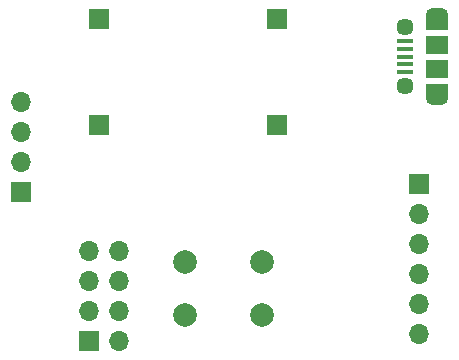
<source format=gbr>
%TF.GenerationSoftware,KiCad,Pcbnew,7.0.9-7.0.9~ubuntu22.04.1*%
%TF.CreationDate,2023-12-22T13:51:19+00:00*%
%TF.ProjectId,wifi_temp_sensor,77696669-5f74-4656-9d70-5f73656e736f,rev?*%
%TF.SameCoordinates,Original*%
%TF.FileFunction,Soldermask,Top*%
%TF.FilePolarity,Negative*%
%FSLAX46Y46*%
G04 Gerber Fmt 4.6, Leading zero omitted, Abs format (unit mm)*
G04 Created by KiCad (PCBNEW 7.0.9-7.0.9~ubuntu22.04.1) date 2023-12-22 13:51:19*
%MOMM*%
%LPD*%
G01*
G04 APERTURE LIST*
%ADD10R,1.700000X1.700000*%
%ADD11O,1.700000X1.700000*%
%ADD12C,2.000000*%
%ADD13R,1.350000X0.400000*%
%ADD14R,1.900000X1.500000*%
%ADD15R,1.900000X1.200000*%
%ADD16O,1.900000X1.200000*%
%ADD17C,1.450000*%
G04 APERTURE END LIST*
D10*
%TO.C,J4*%
X211455000Y-43180000D03*
D11*
X211455000Y-45720000D03*
X211455000Y-48260000D03*
X211455000Y-50800000D03*
X211455000Y-53340000D03*
X211455000Y-55880000D03*
%TD*%
%TO.C,J3*%
X177755000Y-36235000D03*
X177755000Y-38775000D03*
X177755000Y-41315000D03*
D10*
X177755000Y-43855000D03*
%TD*%
D12*
%TO.C,SW1*%
X198120000Y-49820000D03*
X191620000Y-49820000D03*
X198120000Y-54320000D03*
X191620000Y-54320000D03*
%TD*%
D10*
%TO.C,J8*%
X184390000Y-38210000D03*
%TD*%
%TO.C,J6*%
X199390000Y-38210000D03*
%TD*%
D11*
%TO.C,J2*%
X186055000Y-48895000D03*
X183515000Y-48895000D03*
X186055000Y-51435000D03*
X183515000Y-51435000D03*
X186055000Y-53975000D03*
X183515000Y-53975000D03*
X186055000Y-56515000D03*
D10*
X183515000Y-56515000D03*
%TD*%
D13*
%TO.C,J1*%
X210262500Y-33717500D03*
X210262500Y-33067500D03*
X210262500Y-32417500D03*
X210262500Y-31767500D03*
X210262500Y-31117500D03*
D14*
X212962500Y-33417500D03*
D15*
X212962500Y-29517500D03*
D16*
X212962500Y-28917500D03*
D17*
X210262500Y-34917500D03*
D16*
X212962500Y-35917500D03*
D15*
X212962500Y-35317500D03*
D17*
X210262500Y-29917500D03*
D14*
X212962500Y-31417500D03*
%TD*%
D10*
%TO.C,5VIN1*%
X199390000Y-29210000D03*
%TD*%
%TO.C,3_3VOUT1*%
X184390000Y-29210000D03*
%TD*%
M02*

</source>
